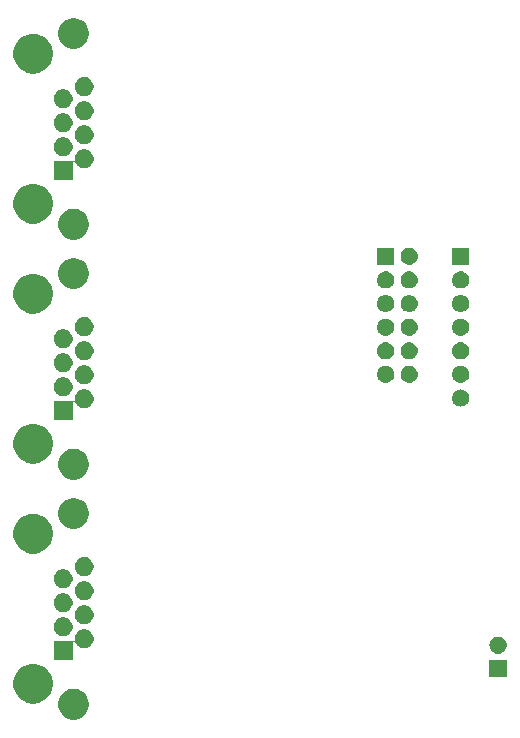
<source format=gbr>
%TF.GenerationSoftware,KiCad,Pcbnew,(5.1.2)-1*%
%TF.CreationDate,2019-06-16T17:11:37+02:00*%
%TF.ProjectId,i2s_tx,6932735f-7478-42e6-9b69-6361645f7063,rev?*%
%TF.SameCoordinates,Original*%
%TF.FileFunction,Soldermask,Bot*%
%TF.FilePolarity,Negative*%
%FSLAX46Y46*%
G04 Gerber Fmt 4.6, Leading zero omitted, Abs format (unit mm)*
G04 Created by KiCad (PCBNEW (5.1.2)-1) date 2019-06-16 17:11:37*
%MOMM*%
%LPD*%
G04 APERTURE LIST*
%ADD10C,0.150000*%
G04 APERTURE END LIST*
D10*
G36*
X37464487Y-81758996D02*
G01*
X37701253Y-81857068D01*
X37701255Y-81857069D01*
X37914339Y-81999447D01*
X38095553Y-82180661D01*
X38237932Y-82393747D01*
X38336004Y-82630513D01*
X38386000Y-82881861D01*
X38386000Y-83138139D01*
X38336004Y-83389487D01*
X38237932Y-83626253D01*
X38237931Y-83626255D01*
X38095553Y-83839339D01*
X37914339Y-84020553D01*
X37701255Y-84162931D01*
X37701254Y-84162932D01*
X37701253Y-84162932D01*
X37464487Y-84261004D01*
X37213139Y-84311000D01*
X36956861Y-84311000D01*
X36705513Y-84261004D01*
X36468747Y-84162932D01*
X36468746Y-84162932D01*
X36468745Y-84162931D01*
X36255661Y-84020553D01*
X36074447Y-83839339D01*
X35932069Y-83626255D01*
X35932068Y-83626253D01*
X35833996Y-83389487D01*
X35784000Y-83138139D01*
X35784000Y-82881861D01*
X35833996Y-82630513D01*
X35932068Y-82393747D01*
X36074447Y-82180661D01*
X36255661Y-81999447D01*
X36468745Y-81857069D01*
X36468747Y-81857068D01*
X36705513Y-81758996D01*
X36956861Y-81709000D01*
X37213139Y-81709000D01*
X37464487Y-81758996D01*
X37464487Y-81758996D01*
G37*
G36*
X34143871Y-79668408D02*
G01*
X34448883Y-79794748D01*
X34723387Y-79978166D01*
X34956834Y-80211613D01*
X35140252Y-80486117D01*
X35266592Y-80791129D01*
X35331000Y-81114928D01*
X35331000Y-81445072D01*
X35266592Y-81768871D01*
X35140252Y-82073883D01*
X34956834Y-82348387D01*
X34723387Y-82581834D01*
X34448883Y-82765252D01*
X34143871Y-82891592D01*
X33981971Y-82923796D01*
X33820073Y-82956000D01*
X33489927Y-82956000D01*
X33328029Y-82923796D01*
X33166129Y-82891592D01*
X32861117Y-82765252D01*
X32586613Y-82581834D01*
X32353166Y-82348387D01*
X32169748Y-82073883D01*
X32043408Y-81768871D01*
X31979000Y-81445072D01*
X31979000Y-81114928D01*
X32043408Y-80791129D01*
X32169748Y-80486117D01*
X32353166Y-80211613D01*
X32586613Y-79978166D01*
X32861117Y-79794748D01*
X33166129Y-79668408D01*
X33489927Y-79604000D01*
X33820073Y-79604000D01*
X34143871Y-79668408D01*
X34143871Y-79668408D01*
G37*
G36*
X73751000Y-80736000D02*
G01*
X72299000Y-80736000D01*
X72299000Y-79284000D01*
X73751000Y-79284000D01*
X73751000Y-80736000D01*
X73751000Y-80736000D01*
G37*
G36*
X38208642Y-76709781D02*
G01*
X38354414Y-76770162D01*
X38354416Y-76770163D01*
X38485608Y-76857822D01*
X38597178Y-76969392D01*
X38684837Y-77100584D01*
X38684838Y-77100586D01*
X38745219Y-77246358D01*
X38776000Y-77401107D01*
X38776000Y-77558893D01*
X38745219Y-77713642D01*
X38713517Y-77790177D01*
X38684837Y-77859416D01*
X38597178Y-77990608D01*
X38485608Y-78102178D01*
X38354416Y-78189837D01*
X38354415Y-78189838D01*
X38354414Y-78189838D01*
X38208642Y-78250219D01*
X38053893Y-78281000D01*
X37896107Y-78281000D01*
X37741358Y-78250219D01*
X37595586Y-78189838D01*
X37595585Y-78189838D01*
X37595584Y-78189837D01*
X37464392Y-78102178D01*
X37352822Y-77990608D01*
X37265163Y-77859416D01*
X37236483Y-77790177D01*
X37224932Y-77768566D01*
X37209387Y-77749624D01*
X37190445Y-77734079D01*
X37168834Y-77722528D01*
X37145385Y-77715415D01*
X37120999Y-77713013D01*
X37096613Y-77715415D01*
X37073164Y-77722528D01*
X37051553Y-77734079D01*
X37032611Y-77749624D01*
X37017066Y-77768566D01*
X37005515Y-77790177D01*
X36998402Y-77813626D01*
X36996000Y-77838012D01*
X36996000Y-79301000D01*
X35394000Y-79301000D01*
X35394000Y-77699000D01*
X37049558Y-77699000D01*
X37073944Y-77696598D01*
X37097393Y-77689485D01*
X37119004Y-77677934D01*
X37137946Y-77662389D01*
X37153491Y-77643447D01*
X37165042Y-77621836D01*
X37172155Y-77598387D01*
X37174557Y-77574001D01*
X37174000Y-77568351D01*
X37174000Y-77401107D01*
X37204781Y-77246358D01*
X37265162Y-77100586D01*
X37265163Y-77100584D01*
X37352822Y-76969392D01*
X37464392Y-76857822D01*
X37595584Y-76770163D01*
X37595586Y-76770162D01*
X37741358Y-76709781D01*
X37896107Y-76679000D01*
X38053893Y-76679000D01*
X38208642Y-76709781D01*
X38208642Y-76709781D01*
G37*
G36*
X73096213Y-77287502D02*
G01*
X73167321Y-77294505D01*
X73304172Y-77336019D01*
X73304175Y-77336020D01*
X73430294Y-77403432D01*
X73540843Y-77494157D01*
X73631568Y-77604706D01*
X73698980Y-77730825D01*
X73698981Y-77730828D01*
X73740495Y-77867679D01*
X73754512Y-78010000D01*
X73740495Y-78152321D01*
X73729114Y-78189837D01*
X73698980Y-78289175D01*
X73631568Y-78415294D01*
X73540843Y-78525843D01*
X73430294Y-78616568D01*
X73304175Y-78683980D01*
X73304172Y-78683981D01*
X73167321Y-78725495D01*
X73096213Y-78732498D01*
X73060660Y-78736000D01*
X72989340Y-78736000D01*
X72953787Y-78732498D01*
X72882679Y-78725495D01*
X72745828Y-78683981D01*
X72745825Y-78683980D01*
X72619706Y-78616568D01*
X72509157Y-78525843D01*
X72418432Y-78415294D01*
X72351020Y-78289175D01*
X72320886Y-78189837D01*
X72309505Y-78152321D01*
X72295488Y-78010000D01*
X72309505Y-77867679D01*
X72351019Y-77730828D01*
X72351020Y-77730825D01*
X72418432Y-77604706D01*
X72509157Y-77494157D01*
X72619706Y-77403432D01*
X72745825Y-77336020D01*
X72745828Y-77336019D01*
X72882679Y-77294505D01*
X72953787Y-77287502D01*
X72989340Y-77284000D01*
X73060660Y-77284000D01*
X73096213Y-77287502D01*
X73096213Y-77287502D01*
G37*
G36*
X36428642Y-75689781D02*
G01*
X36574414Y-75750162D01*
X36574416Y-75750163D01*
X36705608Y-75837822D01*
X36817178Y-75949392D01*
X36904837Y-76080584D01*
X36904838Y-76080586D01*
X36965219Y-76226358D01*
X36996000Y-76381107D01*
X36996000Y-76538893D01*
X36965219Y-76693642D01*
X36904838Y-76839414D01*
X36904837Y-76839416D01*
X36817178Y-76970608D01*
X36705608Y-77082178D01*
X36574416Y-77169837D01*
X36574415Y-77169838D01*
X36574414Y-77169838D01*
X36428642Y-77230219D01*
X36273893Y-77261000D01*
X36116107Y-77261000D01*
X35961358Y-77230219D01*
X35815586Y-77169838D01*
X35815585Y-77169838D01*
X35815584Y-77169837D01*
X35684392Y-77082178D01*
X35572822Y-76970608D01*
X35485163Y-76839416D01*
X35485162Y-76839414D01*
X35424781Y-76693642D01*
X35394000Y-76538893D01*
X35394000Y-76381107D01*
X35424781Y-76226358D01*
X35485162Y-76080586D01*
X35485163Y-76080584D01*
X35572822Y-75949392D01*
X35684392Y-75837822D01*
X35815584Y-75750163D01*
X35815586Y-75750162D01*
X35961358Y-75689781D01*
X36116107Y-75659000D01*
X36273893Y-75659000D01*
X36428642Y-75689781D01*
X36428642Y-75689781D01*
G37*
G36*
X38208642Y-74669781D02*
G01*
X38354414Y-74730162D01*
X38354416Y-74730163D01*
X38485608Y-74817822D01*
X38597178Y-74929392D01*
X38684837Y-75060584D01*
X38684838Y-75060586D01*
X38745219Y-75206358D01*
X38776000Y-75361107D01*
X38776000Y-75518893D01*
X38745219Y-75673642D01*
X38684838Y-75819414D01*
X38684837Y-75819416D01*
X38597178Y-75950608D01*
X38485608Y-76062178D01*
X38354416Y-76149837D01*
X38354415Y-76149838D01*
X38354414Y-76149838D01*
X38208642Y-76210219D01*
X38053893Y-76241000D01*
X37896107Y-76241000D01*
X37741358Y-76210219D01*
X37595586Y-76149838D01*
X37595585Y-76149838D01*
X37595584Y-76149837D01*
X37464392Y-76062178D01*
X37352822Y-75950608D01*
X37265163Y-75819416D01*
X37265162Y-75819414D01*
X37204781Y-75673642D01*
X37174000Y-75518893D01*
X37174000Y-75361107D01*
X37204781Y-75206358D01*
X37265162Y-75060586D01*
X37265163Y-75060584D01*
X37352822Y-74929392D01*
X37464392Y-74817822D01*
X37595584Y-74730163D01*
X37595586Y-74730162D01*
X37741358Y-74669781D01*
X37896107Y-74639000D01*
X38053893Y-74639000D01*
X38208642Y-74669781D01*
X38208642Y-74669781D01*
G37*
G36*
X36428642Y-73649781D02*
G01*
X36574414Y-73710162D01*
X36574416Y-73710163D01*
X36705608Y-73797822D01*
X36817178Y-73909392D01*
X36904837Y-74040584D01*
X36904838Y-74040586D01*
X36965219Y-74186358D01*
X36996000Y-74341107D01*
X36996000Y-74498893D01*
X36965219Y-74653642D01*
X36904838Y-74799414D01*
X36904837Y-74799416D01*
X36817178Y-74930608D01*
X36705608Y-75042178D01*
X36574416Y-75129837D01*
X36574415Y-75129838D01*
X36574414Y-75129838D01*
X36428642Y-75190219D01*
X36273893Y-75221000D01*
X36116107Y-75221000D01*
X35961358Y-75190219D01*
X35815586Y-75129838D01*
X35815585Y-75129838D01*
X35815584Y-75129837D01*
X35684392Y-75042178D01*
X35572822Y-74930608D01*
X35485163Y-74799416D01*
X35485162Y-74799414D01*
X35424781Y-74653642D01*
X35394000Y-74498893D01*
X35394000Y-74341107D01*
X35424781Y-74186358D01*
X35485162Y-74040586D01*
X35485163Y-74040584D01*
X35572822Y-73909392D01*
X35684392Y-73797822D01*
X35815584Y-73710163D01*
X35815586Y-73710162D01*
X35961358Y-73649781D01*
X36116107Y-73619000D01*
X36273893Y-73619000D01*
X36428642Y-73649781D01*
X36428642Y-73649781D01*
G37*
G36*
X38208642Y-72629781D02*
G01*
X38354414Y-72690162D01*
X38354416Y-72690163D01*
X38485608Y-72777822D01*
X38597178Y-72889392D01*
X38684837Y-73020584D01*
X38684838Y-73020586D01*
X38745219Y-73166358D01*
X38776000Y-73321107D01*
X38776000Y-73478893D01*
X38745219Y-73633642D01*
X38684838Y-73779414D01*
X38684837Y-73779416D01*
X38597178Y-73910608D01*
X38485608Y-74022178D01*
X38354416Y-74109837D01*
X38354415Y-74109838D01*
X38354414Y-74109838D01*
X38208642Y-74170219D01*
X38053893Y-74201000D01*
X37896107Y-74201000D01*
X37741358Y-74170219D01*
X37595586Y-74109838D01*
X37595585Y-74109838D01*
X37595584Y-74109837D01*
X37464392Y-74022178D01*
X37352822Y-73910608D01*
X37265163Y-73779416D01*
X37265162Y-73779414D01*
X37204781Y-73633642D01*
X37174000Y-73478893D01*
X37174000Y-73321107D01*
X37204781Y-73166358D01*
X37265162Y-73020586D01*
X37265163Y-73020584D01*
X37352822Y-72889392D01*
X37464392Y-72777822D01*
X37595584Y-72690163D01*
X37595586Y-72690162D01*
X37741358Y-72629781D01*
X37896107Y-72599000D01*
X38053893Y-72599000D01*
X38208642Y-72629781D01*
X38208642Y-72629781D01*
G37*
G36*
X36428642Y-71609781D02*
G01*
X36574414Y-71670162D01*
X36574416Y-71670163D01*
X36705608Y-71757822D01*
X36817178Y-71869392D01*
X36904837Y-72000584D01*
X36904838Y-72000586D01*
X36965219Y-72146358D01*
X36996000Y-72301107D01*
X36996000Y-72458893D01*
X36965219Y-72613642D01*
X36904838Y-72759414D01*
X36904837Y-72759416D01*
X36817178Y-72890608D01*
X36705608Y-73002178D01*
X36574416Y-73089837D01*
X36574415Y-73089838D01*
X36574414Y-73089838D01*
X36428642Y-73150219D01*
X36273893Y-73181000D01*
X36116107Y-73181000D01*
X35961358Y-73150219D01*
X35815586Y-73089838D01*
X35815585Y-73089838D01*
X35815584Y-73089837D01*
X35684392Y-73002178D01*
X35572822Y-72890608D01*
X35485163Y-72759416D01*
X35485162Y-72759414D01*
X35424781Y-72613642D01*
X35394000Y-72458893D01*
X35394000Y-72301107D01*
X35424781Y-72146358D01*
X35485162Y-72000586D01*
X35485163Y-72000584D01*
X35572822Y-71869392D01*
X35684392Y-71757822D01*
X35815584Y-71670163D01*
X35815586Y-71670162D01*
X35961358Y-71609781D01*
X36116107Y-71579000D01*
X36273893Y-71579000D01*
X36428642Y-71609781D01*
X36428642Y-71609781D01*
G37*
G36*
X38208642Y-70589781D02*
G01*
X38354414Y-70650162D01*
X38354416Y-70650163D01*
X38485608Y-70737822D01*
X38597178Y-70849392D01*
X38684837Y-70980584D01*
X38684838Y-70980586D01*
X38745219Y-71126358D01*
X38776000Y-71281107D01*
X38776000Y-71438893D01*
X38745219Y-71593642D01*
X38684838Y-71739414D01*
X38684837Y-71739416D01*
X38597178Y-71870608D01*
X38485608Y-71982178D01*
X38354416Y-72069837D01*
X38354415Y-72069838D01*
X38354414Y-72069838D01*
X38208642Y-72130219D01*
X38053893Y-72161000D01*
X37896107Y-72161000D01*
X37741358Y-72130219D01*
X37595586Y-72069838D01*
X37595585Y-72069838D01*
X37595584Y-72069837D01*
X37464392Y-71982178D01*
X37352822Y-71870608D01*
X37265163Y-71739416D01*
X37265162Y-71739414D01*
X37204781Y-71593642D01*
X37174000Y-71438893D01*
X37174000Y-71281107D01*
X37204781Y-71126358D01*
X37265162Y-70980586D01*
X37265163Y-70980584D01*
X37352822Y-70849392D01*
X37464392Y-70737822D01*
X37595584Y-70650163D01*
X37595586Y-70650162D01*
X37741358Y-70589781D01*
X37896107Y-70559000D01*
X38053893Y-70559000D01*
X38208642Y-70589781D01*
X38208642Y-70589781D01*
G37*
G36*
X33981971Y-66936204D02*
G01*
X34143871Y-66968408D01*
X34448883Y-67094748D01*
X34723387Y-67278166D01*
X34956834Y-67511613D01*
X35140252Y-67786117D01*
X35266592Y-68091129D01*
X35331000Y-68414928D01*
X35331000Y-68745072D01*
X35266592Y-69068871D01*
X35140252Y-69373883D01*
X34956834Y-69648387D01*
X34723387Y-69881834D01*
X34448883Y-70065252D01*
X34143871Y-70191592D01*
X33820073Y-70256000D01*
X33489927Y-70256000D01*
X33166129Y-70191592D01*
X32861117Y-70065252D01*
X32586613Y-69881834D01*
X32353166Y-69648387D01*
X32169748Y-69373883D01*
X32043408Y-69068871D01*
X31979000Y-68745072D01*
X31979000Y-68414928D01*
X32043408Y-68091129D01*
X32169748Y-67786117D01*
X32353166Y-67511613D01*
X32586613Y-67278166D01*
X32861117Y-67094748D01*
X33166129Y-66968408D01*
X33328029Y-66936204D01*
X33489927Y-66904000D01*
X33820073Y-66904000D01*
X33981971Y-66936204D01*
X33981971Y-66936204D01*
G37*
G36*
X37464487Y-65598996D02*
G01*
X37701253Y-65697068D01*
X37701255Y-65697069D01*
X37914339Y-65839447D01*
X38095553Y-66020661D01*
X38237932Y-66233747D01*
X38336004Y-66470513D01*
X38386000Y-66721861D01*
X38386000Y-66978139D01*
X38336004Y-67229487D01*
X38315840Y-67278166D01*
X38237931Y-67466255D01*
X38095553Y-67679339D01*
X37914339Y-67860553D01*
X37701255Y-68002931D01*
X37701254Y-68002932D01*
X37701253Y-68002932D01*
X37464487Y-68101004D01*
X37213139Y-68151000D01*
X36956861Y-68151000D01*
X36705513Y-68101004D01*
X36468747Y-68002932D01*
X36468746Y-68002932D01*
X36468745Y-68002931D01*
X36255661Y-67860553D01*
X36074447Y-67679339D01*
X35932069Y-67466255D01*
X35854160Y-67278166D01*
X35833996Y-67229487D01*
X35784000Y-66978139D01*
X35784000Y-66721861D01*
X35833996Y-66470513D01*
X35932068Y-66233747D01*
X36074447Y-66020661D01*
X36255661Y-65839447D01*
X36468745Y-65697069D01*
X36468747Y-65697068D01*
X36705513Y-65598996D01*
X36956861Y-65549000D01*
X37213139Y-65549000D01*
X37464487Y-65598996D01*
X37464487Y-65598996D01*
G37*
G36*
X37464487Y-61438996D02*
G01*
X37701253Y-61537068D01*
X37701255Y-61537069D01*
X37914339Y-61679447D01*
X38095553Y-61860661D01*
X38237932Y-62073747D01*
X38336004Y-62310513D01*
X38386000Y-62561861D01*
X38386000Y-62818139D01*
X38336004Y-63069487D01*
X38237932Y-63306253D01*
X38237931Y-63306255D01*
X38095553Y-63519339D01*
X37914339Y-63700553D01*
X37701255Y-63842931D01*
X37701254Y-63842932D01*
X37701253Y-63842932D01*
X37464487Y-63941004D01*
X37213139Y-63991000D01*
X36956861Y-63991000D01*
X36705513Y-63941004D01*
X36468747Y-63842932D01*
X36468746Y-63842932D01*
X36468745Y-63842931D01*
X36255661Y-63700553D01*
X36074447Y-63519339D01*
X35932069Y-63306255D01*
X35932068Y-63306253D01*
X35833996Y-63069487D01*
X35784000Y-62818139D01*
X35784000Y-62561861D01*
X35833996Y-62310513D01*
X35932068Y-62073747D01*
X36074447Y-61860661D01*
X36255661Y-61679447D01*
X36468745Y-61537069D01*
X36468747Y-61537068D01*
X36705513Y-61438996D01*
X36956861Y-61389000D01*
X37213139Y-61389000D01*
X37464487Y-61438996D01*
X37464487Y-61438996D01*
G37*
G36*
X34143871Y-59348408D02*
G01*
X34448883Y-59474748D01*
X34723387Y-59658166D01*
X34956834Y-59891613D01*
X35140252Y-60166117D01*
X35266592Y-60471129D01*
X35331000Y-60794928D01*
X35331000Y-61125072D01*
X35266592Y-61448871D01*
X35140252Y-61753883D01*
X34956834Y-62028387D01*
X34723387Y-62261834D01*
X34448883Y-62445252D01*
X34143871Y-62571592D01*
X33981971Y-62603796D01*
X33820073Y-62636000D01*
X33489927Y-62636000D01*
X33328029Y-62603796D01*
X33166129Y-62571592D01*
X32861117Y-62445252D01*
X32586613Y-62261834D01*
X32353166Y-62028387D01*
X32169748Y-61753883D01*
X32043408Y-61448871D01*
X31979000Y-61125072D01*
X31979000Y-60794928D01*
X32043408Y-60471129D01*
X32169748Y-60166117D01*
X32353166Y-59891613D01*
X32586613Y-59658166D01*
X32861117Y-59474748D01*
X33166129Y-59348408D01*
X33489927Y-59284000D01*
X33820073Y-59284000D01*
X34143871Y-59348408D01*
X34143871Y-59348408D01*
G37*
G36*
X38208642Y-56389781D02*
G01*
X38354414Y-56450162D01*
X38354416Y-56450163D01*
X38485608Y-56537822D01*
X38597178Y-56649392D01*
X38684837Y-56780584D01*
X38684838Y-56780586D01*
X38745219Y-56926358D01*
X38776000Y-57081107D01*
X38776000Y-57238893D01*
X38745219Y-57393642D01*
X38713517Y-57470177D01*
X38684837Y-57539416D01*
X38597178Y-57670608D01*
X38485608Y-57782178D01*
X38354416Y-57869837D01*
X38354415Y-57869838D01*
X38354414Y-57869838D01*
X38208642Y-57930219D01*
X38053893Y-57961000D01*
X37896107Y-57961000D01*
X37741358Y-57930219D01*
X37595586Y-57869838D01*
X37595585Y-57869838D01*
X37595584Y-57869837D01*
X37464392Y-57782178D01*
X37352822Y-57670608D01*
X37265163Y-57539416D01*
X37236483Y-57470177D01*
X37224932Y-57448566D01*
X37209387Y-57429624D01*
X37190445Y-57414079D01*
X37168834Y-57402528D01*
X37145385Y-57395415D01*
X37120999Y-57393013D01*
X37096613Y-57395415D01*
X37073164Y-57402528D01*
X37051553Y-57414079D01*
X37032611Y-57429624D01*
X37017066Y-57448566D01*
X37005515Y-57470177D01*
X36998402Y-57493626D01*
X36996000Y-57518012D01*
X36996000Y-58981000D01*
X35394000Y-58981000D01*
X35394000Y-57379000D01*
X37049558Y-57379000D01*
X37073944Y-57376598D01*
X37097393Y-57369485D01*
X37119004Y-57357934D01*
X37137946Y-57342389D01*
X37153491Y-57323447D01*
X37165042Y-57301836D01*
X37172155Y-57278387D01*
X37174557Y-57254001D01*
X37174000Y-57248351D01*
X37174000Y-57081107D01*
X37204781Y-56926358D01*
X37265162Y-56780586D01*
X37265163Y-56780584D01*
X37352822Y-56649392D01*
X37464392Y-56537822D01*
X37595584Y-56450163D01*
X37595586Y-56450162D01*
X37741358Y-56389781D01*
X37896107Y-56359000D01*
X38053893Y-56359000D01*
X38208642Y-56389781D01*
X38208642Y-56389781D01*
G37*
G36*
X69921213Y-56362502D02*
G01*
X69992321Y-56369505D01*
X70129172Y-56411019D01*
X70129175Y-56411020D01*
X70255294Y-56478432D01*
X70365843Y-56569157D01*
X70456568Y-56679706D01*
X70523980Y-56805825D01*
X70523981Y-56805828D01*
X70565495Y-56942679D01*
X70579512Y-57085000D01*
X70565495Y-57227321D01*
X70536335Y-57323447D01*
X70523980Y-57364175D01*
X70456568Y-57490294D01*
X70365843Y-57600843D01*
X70255294Y-57691568D01*
X70129175Y-57758980D01*
X70129172Y-57758981D01*
X69992321Y-57800495D01*
X69921213Y-57807498D01*
X69885660Y-57811000D01*
X69814340Y-57811000D01*
X69778787Y-57807498D01*
X69707679Y-57800495D01*
X69570828Y-57758981D01*
X69570825Y-57758980D01*
X69444706Y-57691568D01*
X69334157Y-57600843D01*
X69243432Y-57490294D01*
X69176020Y-57364175D01*
X69163665Y-57323447D01*
X69134505Y-57227321D01*
X69120488Y-57085000D01*
X69134505Y-56942679D01*
X69176019Y-56805828D01*
X69176020Y-56805825D01*
X69243432Y-56679706D01*
X69334157Y-56569157D01*
X69444706Y-56478432D01*
X69570825Y-56411020D01*
X69570828Y-56411019D01*
X69707679Y-56369505D01*
X69778787Y-56362502D01*
X69814340Y-56359000D01*
X69885660Y-56359000D01*
X69921213Y-56362502D01*
X69921213Y-56362502D01*
G37*
G36*
X36428642Y-55369781D02*
G01*
X36574414Y-55430162D01*
X36574416Y-55430163D01*
X36705608Y-55517822D01*
X36817178Y-55629392D01*
X36903765Y-55758980D01*
X36904838Y-55760586D01*
X36965219Y-55906358D01*
X36996000Y-56061107D01*
X36996000Y-56218893D01*
X36965219Y-56373642D01*
X36921813Y-56478432D01*
X36904837Y-56519416D01*
X36817178Y-56650608D01*
X36705608Y-56762178D01*
X36574416Y-56849837D01*
X36574415Y-56849838D01*
X36574414Y-56849838D01*
X36428642Y-56910219D01*
X36273893Y-56941000D01*
X36116107Y-56941000D01*
X35961358Y-56910219D01*
X35815586Y-56849838D01*
X35815585Y-56849838D01*
X35815584Y-56849837D01*
X35684392Y-56762178D01*
X35572822Y-56650608D01*
X35485163Y-56519416D01*
X35468187Y-56478432D01*
X35424781Y-56373642D01*
X35394000Y-56218893D01*
X35394000Y-56061107D01*
X35424781Y-55906358D01*
X35485162Y-55760586D01*
X35486235Y-55758980D01*
X35572822Y-55629392D01*
X35684392Y-55517822D01*
X35815584Y-55430163D01*
X35815586Y-55430162D01*
X35961358Y-55369781D01*
X36116107Y-55339000D01*
X36273893Y-55339000D01*
X36428642Y-55369781D01*
X36428642Y-55369781D01*
G37*
G36*
X38208642Y-54349781D02*
G01*
X38354414Y-54410162D01*
X38354416Y-54410163D01*
X38485608Y-54497822D01*
X38597178Y-54609392D01*
X38684837Y-54740584D01*
X38684838Y-54740586D01*
X38745219Y-54886358D01*
X38776000Y-55041107D01*
X38776000Y-55198893D01*
X38745219Y-55353642D01*
X38688615Y-55490295D01*
X38684837Y-55499416D01*
X38597178Y-55630608D01*
X38485608Y-55742178D01*
X38354416Y-55829837D01*
X38354415Y-55829838D01*
X38354414Y-55829838D01*
X38208642Y-55890219D01*
X38053893Y-55921000D01*
X37896107Y-55921000D01*
X37741358Y-55890219D01*
X37595586Y-55829838D01*
X37595585Y-55829838D01*
X37595584Y-55829837D01*
X37464392Y-55742178D01*
X37352822Y-55630608D01*
X37265163Y-55499416D01*
X37261385Y-55490295D01*
X37204781Y-55353642D01*
X37174000Y-55198893D01*
X37174000Y-55041107D01*
X37204781Y-54886358D01*
X37265162Y-54740586D01*
X37265163Y-54740584D01*
X37352822Y-54609392D01*
X37464392Y-54497822D01*
X37595584Y-54410163D01*
X37595586Y-54410162D01*
X37741358Y-54349781D01*
X37896107Y-54319000D01*
X38053893Y-54319000D01*
X38208642Y-54349781D01*
X38208642Y-54349781D01*
G37*
G36*
X69921213Y-54362502D02*
G01*
X69992321Y-54369505D01*
X70126347Y-54410162D01*
X70129175Y-54411020D01*
X70255294Y-54478432D01*
X70365843Y-54569157D01*
X70456568Y-54679706D01*
X70523980Y-54805825D01*
X70523981Y-54805828D01*
X70565495Y-54942679D01*
X70579512Y-55085000D01*
X70565495Y-55227321D01*
X70531617Y-55339000D01*
X70523980Y-55364175D01*
X70456568Y-55490294D01*
X70365843Y-55600843D01*
X70255294Y-55691568D01*
X70129175Y-55758980D01*
X70129172Y-55758981D01*
X69992321Y-55800495D01*
X69921213Y-55807498D01*
X69885660Y-55811000D01*
X69814340Y-55811000D01*
X69778787Y-55807498D01*
X69707679Y-55800495D01*
X69570828Y-55758981D01*
X69570825Y-55758980D01*
X69444706Y-55691568D01*
X69334157Y-55600843D01*
X69243432Y-55490294D01*
X69176020Y-55364175D01*
X69168383Y-55339000D01*
X69134505Y-55227321D01*
X69120488Y-55085000D01*
X69134505Y-54942679D01*
X69176019Y-54805828D01*
X69176020Y-54805825D01*
X69243432Y-54679706D01*
X69334157Y-54569157D01*
X69444706Y-54478432D01*
X69570825Y-54411020D01*
X69573653Y-54410162D01*
X69707679Y-54369505D01*
X69778787Y-54362502D01*
X69814340Y-54359000D01*
X69885660Y-54359000D01*
X69921213Y-54362502D01*
X69921213Y-54362502D01*
G37*
G36*
X65571213Y-54362502D02*
G01*
X65642321Y-54369505D01*
X65776347Y-54410162D01*
X65779175Y-54411020D01*
X65905294Y-54478432D01*
X66015843Y-54569157D01*
X66106568Y-54679706D01*
X66173980Y-54805825D01*
X66173981Y-54805828D01*
X66215495Y-54942679D01*
X66229512Y-55085000D01*
X66215495Y-55227321D01*
X66181617Y-55339000D01*
X66173980Y-55364175D01*
X66106568Y-55490294D01*
X66015843Y-55600843D01*
X65905294Y-55691568D01*
X65779175Y-55758980D01*
X65779172Y-55758981D01*
X65642321Y-55800495D01*
X65571213Y-55807498D01*
X65535660Y-55811000D01*
X65464340Y-55811000D01*
X65428787Y-55807498D01*
X65357679Y-55800495D01*
X65220828Y-55758981D01*
X65220825Y-55758980D01*
X65094706Y-55691568D01*
X64984157Y-55600843D01*
X64893432Y-55490294D01*
X64826020Y-55364175D01*
X64818383Y-55339000D01*
X64784505Y-55227321D01*
X64770488Y-55085000D01*
X64784505Y-54942679D01*
X64826019Y-54805828D01*
X64826020Y-54805825D01*
X64893432Y-54679706D01*
X64984157Y-54569157D01*
X65094706Y-54478432D01*
X65220825Y-54411020D01*
X65223653Y-54410162D01*
X65357679Y-54369505D01*
X65428787Y-54362502D01*
X65464340Y-54359000D01*
X65535660Y-54359000D01*
X65571213Y-54362502D01*
X65571213Y-54362502D01*
G37*
G36*
X63571213Y-54362502D02*
G01*
X63642321Y-54369505D01*
X63776347Y-54410162D01*
X63779175Y-54411020D01*
X63905294Y-54478432D01*
X64015843Y-54569157D01*
X64106568Y-54679706D01*
X64173980Y-54805825D01*
X64173981Y-54805828D01*
X64215495Y-54942679D01*
X64229512Y-55085000D01*
X64215495Y-55227321D01*
X64181617Y-55339000D01*
X64173980Y-55364175D01*
X64106568Y-55490294D01*
X64015843Y-55600843D01*
X63905294Y-55691568D01*
X63779175Y-55758980D01*
X63779172Y-55758981D01*
X63642321Y-55800495D01*
X63571213Y-55807498D01*
X63535660Y-55811000D01*
X63464340Y-55811000D01*
X63428787Y-55807498D01*
X63357679Y-55800495D01*
X63220828Y-55758981D01*
X63220825Y-55758980D01*
X63094706Y-55691568D01*
X62984157Y-55600843D01*
X62893432Y-55490294D01*
X62826020Y-55364175D01*
X62818383Y-55339000D01*
X62784505Y-55227321D01*
X62770488Y-55085000D01*
X62784505Y-54942679D01*
X62826019Y-54805828D01*
X62826020Y-54805825D01*
X62893432Y-54679706D01*
X62984157Y-54569157D01*
X63094706Y-54478432D01*
X63220825Y-54411020D01*
X63223653Y-54410162D01*
X63357679Y-54369505D01*
X63428787Y-54362502D01*
X63464340Y-54359000D01*
X63535660Y-54359000D01*
X63571213Y-54362502D01*
X63571213Y-54362502D01*
G37*
G36*
X36428642Y-53329781D02*
G01*
X36574414Y-53390162D01*
X36574416Y-53390163D01*
X36705608Y-53477822D01*
X36817178Y-53589392D01*
X36904837Y-53720584D01*
X36904838Y-53720586D01*
X36965219Y-53866358D01*
X36996000Y-54021107D01*
X36996000Y-54178893D01*
X36965219Y-54333642D01*
X36905245Y-54478432D01*
X36904837Y-54479416D01*
X36817178Y-54610608D01*
X36705608Y-54722178D01*
X36574416Y-54809837D01*
X36574415Y-54809838D01*
X36574414Y-54809838D01*
X36428642Y-54870219D01*
X36273893Y-54901000D01*
X36116107Y-54901000D01*
X35961358Y-54870219D01*
X35815586Y-54809838D01*
X35815585Y-54809838D01*
X35815584Y-54809837D01*
X35684392Y-54722178D01*
X35572822Y-54610608D01*
X35485163Y-54479416D01*
X35484755Y-54478432D01*
X35424781Y-54333642D01*
X35394000Y-54178893D01*
X35394000Y-54021107D01*
X35424781Y-53866358D01*
X35485162Y-53720586D01*
X35485163Y-53720584D01*
X35572822Y-53589392D01*
X35684392Y-53477822D01*
X35815584Y-53390163D01*
X35815586Y-53390162D01*
X35961358Y-53329781D01*
X36116107Y-53299000D01*
X36273893Y-53299000D01*
X36428642Y-53329781D01*
X36428642Y-53329781D01*
G37*
G36*
X38208642Y-52309781D02*
G01*
X38354414Y-52370162D01*
X38354416Y-52370163D01*
X38485608Y-52457822D01*
X38597178Y-52569392D01*
X38684837Y-52700584D01*
X38684838Y-52700586D01*
X38745219Y-52846358D01*
X38776000Y-53001107D01*
X38776000Y-53158893D01*
X38745219Y-53313642D01*
X38684838Y-53459414D01*
X38684837Y-53459416D01*
X38597178Y-53590608D01*
X38485608Y-53702178D01*
X38354416Y-53789837D01*
X38354415Y-53789838D01*
X38354414Y-53789838D01*
X38208642Y-53850219D01*
X38053893Y-53881000D01*
X37896107Y-53881000D01*
X37741358Y-53850219D01*
X37595586Y-53789838D01*
X37595585Y-53789838D01*
X37595584Y-53789837D01*
X37464392Y-53702178D01*
X37352822Y-53590608D01*
X37265163Y-53459416D01*
X37265162Y-53459414D01*
X37204781Y-53313642D01*
X37174000Y-53158893D01*
X37174000Y-53001107D01*
X37204781Y-52846358D01*
X37265162Y-52700586D01*
X37265163Y-52700584D01*
X37352822Y-52569392D01*
X37464392Y-52457822D01*
X37595584Y-52370163D01*
X37595586Y-52370162D01*
X37741358Y-52309781D01*
X37896107Y-52279000D01*
X38053893Y-52279000D01*
X38208642Y-52309781D01*
X38208642Y-52309781D01*
G37*
G36*
X69921213Y-52362502D02*
G01*
X69992321Y-52369505D01*
X70129172Y-52411019D01*
X70129175Y-52411020D01*
X70255294Y-52478432D01*
X70365843Y-52569157D01*
X70456568Y-52679706D01*
X70523980Y-52805825D01*
X70523981Y-52805828D01*
X70565495Y-52942679D01*
X70579512Y-53085000D01*
X70565495Y-53227321D01*
X70534413Y-53329782D01*
X70523980Y-53364175D01*
X70456568Y-53490294D01*
X70365843Y-53600843D01*
X70255294Y-53691568D01*
X70129175Y-53758980D01*
X70129172Y-53758981D01*
X69992321Y-53800495D01*
X69921213Y-53807498D01*
X69885660Y-53811000D01*
X69814340Y-53811000D01*
X69778787Y-53807498D01*
X69707679Y-53800495D01*
X69570828Y-53758981D01*
X69570825Y-53758980D01*
X69444706Y-53691568D01*
X69334157Y-53600843D01*
X69243432Y-53490294D01*
X69176020Y-53364175D01*
X69165587Y-53329782D01*
X69134505Y-53227321D01*
X69120488Y-53085000D01*
X69134505Y-52942679D01*
X69176019Y-52805828D01*
X69176020Y-52805825D01*
X69243432Y-52679706D01*
X69334157Y-52569157D01*
X69444706Y-52478432D01*
X69570825Y-52411020D01*
X69570828Y-52411019D01*
X69707679Y-52369505D01*
X69778787Y-52362502D01*
X69814340Y-52359000D01*
X69885660Y-52359000D01*
X69921213Y-52362502D01*
X69921213Y-52362502D01*
G37*
G36*
X63571213Y-52362502D02*
G01*
X63642321Y-52369505D01*
X63779172Y-52411019D01*
X63779175Y-52411020D01*
X63905294Y-52478432D01*
X64015843Y-52569157D01*
X64106568Y-52679706D01*
X64173980Y-52805825D01*
X64173981Y-52805828D01*
X64215495Y-52942679D01*
X64229512Y-53085000D01*
X64215495Y-53227321D01*
X64184413Y-53329782D01*
X64173980Y-53364175D01*
X64106568Y-53490294D01*
X64015843Y-53600843D01*
X63905294Y-53691568D01*
X63779175Y-53758980D01*
X63779172Y-53758981D01*
X63642321Y-53800495D01*
X63571213Y-53807498D01*
X63535660Y-53811000D01*
X63464340Y-53811000D01*
X63428787Y-53807498D01*
X63357679Y-53800495D01*
X63220828Y-53758981D01*
X63220825Y-53758980D01*
X63094706Y-53691568D01*
X62984157Y-53600843D01*
X62893432Y-53490294D01*
X62826020Y-53364175D01*
X62815587Y-53329782D01*
X62784505Y-53227321D01*
X62770488Y-53085000D01*
X62784505Y-52942679D01*
X62826019Y-52805828D01*
X62826020Y-52805825D01*
X62893432Y-52679706D01*
X62984157Y-52569157D01*
X63094706Y-52478432D01*
X63220825Y-52411020D01*
X63220828Y-52411019D01*
X63357679Y-52369505D01*
X63428787Y-52362502D01*
X63464340Y-52359000D01*
X63535660Y-52359000D01*
X63571213Y-52362502D01*
X63571213Y-52362502D01*
G37*
G36*
X65571213Y-52362502D02*
G01*
X65642321Y-52369505D01*
X65779172Y-52411019D01*
X65779175Y-52411020D01*
X65905294Y-52478432D01*
X66015843Y-52569157D01*
X66106568Y-52679706D01*
X66173980Y-52805825D01*
X66173981Y-52805828D01*
X66215495Y-52942679D01*
X66229512Y-53085000D01*
X66215495Y-53227321D01*
X66184413Y-53329782D01*
X66173980Y-53364175D01*
X66106568Y-53490294D01*
X66015843Y-53600843D01*
X65905294Y-53691568D01*
X65779175Y-53758980D01*
X65779172Y-53758981D01*
X65642321Y-53800495D01*
X65571213Y-53807498D01*
X65535660Y-53811000D01*
X65464340Y-53811000D01*
X65428787Y-53807498D01*
X65357679Y-53800495D01*
X65220828Y-53758981D01*
X65220825Y-53758980D01*
X65094706Y-53691568D01*
X64984157Y-53600843D01*
X64893432Y-53490294D01*
X64826020Y-53364175D01*
X64815587Y-53329782D01*
X64784505Y-53227321D01*
X64770488Y-53085000D01*
X64784505Y-52942679D01*
X64826019Y-52805828D01*
X64826020Y-52805825D01*
X64893432Y-52679706D01*
X64984157Y-52569157D01*
X65094706Y-52478432D01*
X65220825Y-52411020D01*
X65220828Y-52411019D01*
X65357679Y-52369505D01*
X65428787Y-52362502D01*
X65464340Y-52359000D01*
X65535660Y-52359000D01*
X65571213Y-52362502D01*
X65571213Y-52362502D01*
G37*
G36*
X36428642Y-51289781D02*
G01*
X36574414Y-51350162D01*
X36574416Y-51350163D01*
X36705608Y-51437822D01*
X36817178Y-51549392D01*
X36904837Y-51680584D01*
X36904838Y-51680586D01*
X36965219Y-51826358D01*
X36996000Y-51981107D01*
X36996000Y-52138893D01*
X36965219Y-52293642D01*
X36916599Y-52411020D01*
X36904837Y-52439416D01*
X36817178Y-52570608D01*
X36705608Y-52682178D01*
X36574416Y-52769837D01*
X36574415Y-52769838D01*
X36574414Y-52769838D01*
X36428642Y-52830219D01*
X36273893Y-52861000D01*
X36116107Y-52861000D01*
X35961358Y-52830219D01*
X35815586Y-52769838D01*
X35815585Y-52769838D01*
X35815584Y-52769837D01*
X35684392Y-52682178D01*
X35572822Y-52570608D01*
X35485163Y-52439416D01*
X35473401Y-52411020D01*
X35424781Y-52293642D01*
X35394000Y-52138893D01*
X35394000Y-51981107D01*
X35424781Y-51826358D01*
X35485162Y-51680586D01*
X35485163Y-51680584D01*
X35572822Y-51549392D01*
X35684392Y-51437822D01*
X35815584Y-51350163D01*
X35815586Y-51350162D01*
X35961358Y-51289781D01*
X36116107Y-51259000D01*
X36273893Y-51259000D01*
X36428642Y-51289781D01*
X36428642Y-51289781D01*
G37*
G36*
X38208642Y-50269781D02*
G01*
X38354414Y-50330162D01*
X38354416Y-50330163D01*
X38485608Y-50417822D01*
X38597178Y-50529392D01*
X38684837Y-50660584D01*
X38684838Y-50660586D01*
X38745219Y-50806358D01*
X38776000Y-50961107D01*
X38776000Y-51118893D01*
X38745219Y-51273642D01*
X38707720Y-51364172D01*
X38684837Y-51419416D01*
X38597178Y-51550608D01*
X38485608Y-51662178D01*
X38354416Y-51749837D01*
X38354415Y-51749838D01*
X38354414Y-51749838D01*
X38208642Y-51810219D01*
X38053893Y-51841000D01*
X37896107Y-51841000D01*
X37741358Y-51810219D01*
X37595586Y-51749838D01*
X37595585Y-51749838D01*
X37595584Y-51749837D01*
X37464392Y-51662178D01*
X37352822Y-51550608D01*
X37265163Y-51419416D01*
X37242280Y-51364172D01*
X37204781Y-51273642D01*
X37174000Y-51118893D01*
X37174000Y-50961107D01*
X37204781Y-50806358D01*
X37265162Y-50660586D01*
X37265163Y-50660584D01*
X37352822Y-50529392D01*
X37464392Y-50417822D01*
X37595584Y-50330163D01*
X37595586Y-50330162D01*
X37741358Y-50269781D01*
X37896107Y-50239000D01*
X38053893Y-50239000D01*
X38208642Y-50269781D01*
X38208642Y-50269781D01*
G37*
G36*
X63571213Y-50362502D02*
G01*
X63642321Y-50369505D01*
X63779172Y-50411019D01*
X63779175Y-50411020D01*
X63905294Y-50478432D01*
X64015843Y-50569157D01*
X64106568Y-50679706D01*
X64173980Y-50805825D01*
X64173981Y-50805828D01*
X64215495Y-50942679D01*
X64229512Y-51085000D01*
X64215495Y-51227321D01*
X64196547Y-51289782D01*
X64173980Y-51364175D01*
X64106568Y-51490294D01*
X64015843Y-51600843D01*
X63905294Y-51691568D01*
X63779175Y-51758980D01*
X63779172Y-51758981D01*
X63642321Y-51800495D01*
X63571213Y-51807498D01*
X63535660Y-51811000D01*
X63464340Y-51811000D01*
X63428787Y-51807498D01*
X63357679Y-51800495D01*
X63220828Y-51758981D01*
X63220825Y-51758980D01*
X63094706Y-51691568D01*
X62984157Y-51600843D01*
X62893432Y-51490294D01*
X62826020Y-51364175D01*
X62803453Y-51289782D01*
X62784505Y-51227321D01*
X62770488Y-51085000D01*
X62784505Y-50942679D01*
X62826019Y-50805828D01*
X62826020Y-50805825D01*
X62893432Y-50679706D01*
X62984157Y-50569157D01*
X63094706Y-50478432D01*
X63220825Y-50411020D01*
X63220828Y-50411019D01*
X63357679Y-50369505D01*
X63428787Y-50362502D01*
X63464340Y-50359000D01*
X63535660Y-50359000D01*
X63571213Y-50362502D01*
X63571213Y-50362502D01*
G37*
G36*
X65571213Y-50362502D02*
G01*
X65642321Y-50369505D01*
X65779172Y-50411019D01*
X65779175Y-50411020D01*
X65905294Y-50478432D01*
X66015843Y-50569157D01*
X66106568Y-50679706D01*
X66173980Y-50805825D01*
X66173981Y-50805828D01*
X66215495Y-50942679D01*
X66229512Y-51085000D01*
X66215495Y-51227321D01*
X66196547Y-51289782D01*
X66173980Y-51364175D01*
X66106568Y-51490294D01*
X66015843Y-51600843D01*
X65905294Y-51691568D01*
X65779175Y-51758980D01*
X65779172Y-51758981D01*
X65642321Y-51800495D01*
X65571213Y-51807498D01*
X65535660Y-51811000D01*
X65464340Y-51811000D01*
X65428787Y-51807498D01*
X65357679Y-51800495D01*
X65220828Y-51758981D01*
X65220825Y-51758980D01*
X65094706Y-51691568D01*
X64984157Y-51600843D01*
X64893432Y-51490294D01*
X64826020Y-51364175D01*
X64803453Y-51289782D01*
X64784505Y-51227321D01*
X64770488Y-51085000D01*
X64784505Y-50942679D01*
X64826019Y-50805828D01*
X64826020Y-50805825D01*
X64893432Y-50679706D01*
X64984157Y-50569157D01*
X65094706Y-50478432D01*
X65220825Y-50411020D01*
X65220828Y-50411019D01*
X65357679Y-50369505D01*
X65428787Y-50362502D01*
X65464340Y-50359000D01*
X65535660Y-50359000D01*
X65571213Y-50362502D01*
X65571213Y-50362502D01*
G37*
G36*
X69921213Y-50362502D02*
G01*
X69992321Y-50369505D01*
X70129172Y-50411019D01*
X70129175Y-50411020D01*
X70255294Y-50478432D01*
X70365843Y-50569157D01*
X70456568Y-50679706D01*
X70523980Y-50805825D01*
X70523981Y-50805828D01*
X70565495Y-50942679D01*
X70579512Y-51085000D01*
X70565495Y-51227321D01*
X70546547Y-51289782D01*
X70523980Y-51364175D01*
X70456568Y-51490294D01*
X70365843Y-51600843D01*
X70255294Y-51691568D01*
X70129175Y-51758980D01*
X70129172Y-51758981D01*
X69992321Y-51800495D01*
X69921213Y-51807498D01*
X69885660Y-51811000D01*
X69814340Y-51811000D01*
X69778787Y-51807498D01*
X69707679Y-51800495D01*
X69570828Y-51758981D01*
X69570825Y-51758980D01*
X69444706Y-51691568D01*
X69334157Y-51600843D01*
X69243432Y-51490294D01*
X69176020Y-51364175D01*
X69153453Y-51289782D01*
X69134505Y-51227321D01*
X69120488Y-51085000D01*
X69134505Y-50942679D01*
X69176019Y-50805828D01*
X69176020Y-50805825D01*
X69243432Y-50679706D01*
X69334157Y-50569157D01*
X69444706Y-50478432D01*
X69570825Y-50411020D01*
X69570828Y-50411019D01*
X69707679Y-50369505D01*
X69778787Y-50362502D01*
X69814340Y-50359000D01*
X69885660Y-50359000D01*
X69921213Y-50362502D01*
X69921213Y-50362502D01*
G37*
G36*
X34143871Y-46648408D02*
G01*
X34448883Y-46774748D01*
X34723387Y-46958166D01*
X34956834Y-47191613D01*
X35140252Y-47466117D01*
X35266592Y-47771129D01*
X35331000Y-48094928D01*
X35331000Y-48425072D01*
X35266592Y-48748871D01*
X35140252Y-49053883D01*
X34956834Y-49328387D01*
X34723387Y-49561834D01*
X34448883Y-49745252D01*
X34143871Y-49871592D01*
X33981971Y-49903796D01*
X33820073Y-49936000D01*
X33489927Y-49936000D01*
X33166129Y-49871592D01*
X32861117Y-49745252D01*
X32586613Y-49561834D01*
X32353166Y-49328387D01*
X32169748Y-49053883D01*
X32043408Y-48748871D01*
X31979000Y-48425072D01*
X31979000Y-48094928D01*
X32043408Y-47771129D01*
X32169748Y-47466117D01*
X32353166Y-47191613D01*
X32586613Y-46958166D01*
X32861117Y-46774748D01*
X33166129Y-46648408D01*
X33489927Y-46584000D01*
X33820073Y-46584000D01*
X34143871Y-46648408D01*
X34143871Y-46648408D01*
G37*
G36*
X63571213Y-48362502D02*
G01*
X63642321Y-48369505D01*
X63779172Y-48411019D01*
X63779175Y-48411020D01*
X63905294Y-48478432D01*
X64015843Y-48569157D01*
X64106568Y-48679706D01*
X64173980Y-48805825D01*
X64173981Y-48805828D01*
X64215495Y-48942679D01*
X64229512Y-49085000D01*
X64215495Y-49227321D01*
X64184836Y-49328387D01*
X64173980Y-49364175D01*
X64106568Y-49490294D01*
X64015843Y-49600843D01*
X63905294Y-49691568D01*
X63779175Y-49758980D01*
X63779172Y-49758981D01*
X63642321Y-49800495D01*
X63571213Y-49807498D01*
X63535660Y-49811000D01*
X63464340Y-49811000D01*
X63428787Y-49807498D01*
X63357679Y-49800495D01*
X63220828Y-49758981D01*
X63220825Y-49758980D01*
X63094706Y-49691568D01*
X62984157Y-49600843D01*
X62893432Y-49490294D01*
X62826020Y-49364175D01*
X62815164Y-49328387D01*
X62784505Y-49227321D01*
X62770488Y-49085000D01*
X62784505Y-48942679D01*
X62826019Y-48805828D01*
X62826020Y-48805825D01*
X62893432Y-48679706D01*
X62984157Y-48569157D01*
X63094706Y-48478432D01*
X63220825Y-48411020D01*
X63220828Y-48411019D01*
X63357679Y-48369505D01*
X63428787Y-48362502D01*
X63464340Y-48359000D01*
X63535660Y-48359000D01*
X63571213Y-48362502D01*
X63571213Y-48362502D01*
G37*
G36*
X69921213Y-48362502D02*
G01*
X69992321Y-48369505D01*
X70129172Y-48411019D01*
X70129175Y-48411020D01*
X70255294Y-48478432D01*
X70365843Y-48569157D01*
X70456568Y-48679706D01*
X70523980Y-48805825D01*
X70523981Y-48805828D01*
X70565495Y-48942679D01*
X70579512Y-49085000D01*
X70565495Y-49227321D01*
X70534836Y-49328387D01*
X70523980Y-49364175D01*
X70456568Y-49490294D01*
X70365843Y-49600843D01*
X70255294Y-49691568D01*
X70129175Y-49758980D01*
X70129172Y-49758981D01*
X69992321Y-49800495D01*
X69921213Y-49807498D01*
X69885660Y-49811000D01*
X69814340Y-49811000D01*
X69778787Y-49807498D01*
X69707679Y-49800495D01*
X69570828Y-49758981D01*
X69570825Y-49758980D01*
X69444706Y-49691568D01*
X69334157Y-49600843D01*
X69243432Y-49490294D01*
X69176020Y-49364175D01*
X69165164Y-49328387D01*
X69134505Y-49227321D01*
X69120488Y-49085000D01*
X69134505Y-48942679D01*
X69176019Y-48805828D01*
X69176020Y-48805825D01*
X69243432Y-48679706D01*
X69334157Y-48569157D01*
X69444706Y-48478432D01*
X69570825Y-48411020D01*
X69570828Y-48411019D01*
X69707679Y-48369505D01*
X69778787Y-48362502D01*
X69814340Y-48359000D01*
X69885660Y-48359000D01*
X69921213Y-48362502D01*
X69921213Y-48362502D01*
G37*
G36*
X65571213Y-48362502D02*
G01*
X65642321Y-48369505D01*
X65779172Y-48411019D01*
X65779175Y-48411020D01*
X65905294Y-48478432D01*
X66015843Y-48569157D01*
X66106568Y-48679706D01*
X66173980Y-48805825D01*
X66173981Y-48805828D01*
X66215495Y-48942679D01*
X66229512Y-49085000D01*
X66215495Y-49227321D01*
X66184836Y-49328387D01*
X66173980Y-49364175D01*
X66106568Y-49490294D01*
X66015843Y-49600843D01*
X65905294Y-49691568D01*
X65779175Y-49758980D01*
X65779172Y-49758981D01*
X65642321Y-49800495D01*
X65571213Y-49807498D01*
X65535660Y-49811000D01*
X65464340Y-49811000D01*
X65428787Y-49807498D01*
X65357679Y-49800495D01*
X65220828Y-49758981D01*
X65220825Y-49758980D01*
X65094706Y-49691568D01*
X64984157Y-49600843D01*
X64893432Y-49490294D01*
X64826020Y-49364175D01*
X64815164Y-49328387D01*
X64784505Y-49227321D01*
X64770488Y-49085000D01*
X64784505Y-48942679D01*
X64826019Y-48805828D01*
X64826020Y-48805825D01*
X64893432Y-48679706D01*
X64984157Y-48569157D01*
X65094706Y-48478432D01*
X65220825Y-48411020D01*
X65220828Y-48411019D01*
X65357679Y-48369505D01*
X65428787Y-48362502D01*
X65464340Y-48359000D01*
X65535660Y-48359000D01*
X65571213Y-48362502D01*
X65571213Y-48362502D01*
G37*
G36*
X37464487Y-45278996D02*
G01*
X37701253Y-45377068D01*
X37701255Y-45377069D01*
X37870708Y-45490294D01*
X37914339Y-45519447D01*
X38095553Y-45700661D01*
X38237932Y-45913747D01*
X38336004Y-46150513D01*
X38386000Y-46401861D01*
X38386000Y-46658139D01*
X38336004Y-46909487D01*
X38315840Y-46958166D01*
X38237931Y-47146255D01*
X38095553Y-47359339D01*
X37914339Y-47540553D01*
X37701255Y-47682931D01*
X37701254Y-47682932D01*
X37701253Y-47682932D01*
X37464487Y-47781004D01*
X37213139Y-47831000D01*
X36956861Y-47831000D01*
X36705513Y-47781004D01*
X36468747Y-47682932D01*
X36468746Y-47682932D01*
X36468745Y-47682931D01*
X36255661Y-47540553D01*
X36074447Y-47359339D01*
X35932069Y-47146255D01*
X35854160Y-46958166D01*
X35833996Y-46909487D01*
X35784000Y-46658139D01*
X35784000Y-46401861D01*
X35833996Y-46150513D01*
X35932068Y-45913747D01*
X36074447Y-45700661D01*
X36255661Y-45519447D01*
X36299292Y-45490294D01*
X36468745Y-45377069D01*
X36468747Y-45377068D01*
X36705513Y-45278996D01*
X36956861Y-45229000D01*
X37213139Y-45229000D01*
X37464487Y-45278996D01*
X37464487Y-45278996D01*
G37*
G36*
X65571213Y-46362502D02*
G01*
X65642321Y-46369505D01*
X65748989Y-46401863D01*
X65779175Y-46411020D01*
X65905294Y-46478432D01*
X66015843Y-46569157D01*
X66106568Y-46679706D01*
X66173980Y-46805825D01*
X66173981Y-46805828D01*
X66215495Y-46942679D01*
X66229512Y-47085000D01*
X66215495Y-47227321D01*
X66175447Y-47359339D01*
X66173980Y-47364175D01*
X66106568Y-47490294D01*
X66015843Y-47600843D01*
X65905294Y-47691568D01*
X65779175Y-47758980D01*
X65779172Y-47758981D01*
X65642321Y-47800495D01*
X65571213Y-47807498D01*
X65535660Y-47811000D01*
X65464340Y-47811000D01*
X65428787Y-47807498D01*
X65357679Y-47800495D01*
X65220828Y-47758981D01*
X65220825Y-47758980D01*
X65094706Y-47691568D01*
X64984157Y-47600843D01*
X64893432Y-47490294D01*
X64826020Y-47364175D01*
X64824553Y-47359339D01*
X64784505Y-47227321D01*
X64770488Y-47085000D01*
X64784505Y-46942679D01*
X64826019Y-46805828D01*
X64826020Y-46805825D01*
X64893432Y-46679706D01*
X64984157Y-46569157D01*
X65094706Y-46478432D01*
X65220825Y-46411020D01*
X65251011Y-46401863D01*
X65357679Y-46369505D01*
X65428787Y-46362502D01*
X65464340Y-46359000D01*
X65535660Y-46359000D01*
X65571213Y-46362502D01*
X65571213Y-46362502D01*
G37*
G36*
X69921213Y-46362502D02*
G01*
X69992321Y-46369505D01*
X70098989Y-46401863D01*
X70129175Y-46411020D01*
X70255294Y-46478432D01*
X70365843Y-46569157D01*
X70456568Y-46679706D01*
X70523980Y-46805825D01*
X70523981Y-46805828D01*
X70565495Y-46942679D01*
X70579512Y-47085000D01*
X70565495Y-47227321D01*
X70525447Y-47359339D01*
X70523980Y-47364175D01*
X70456568Y-47490294D01*
X70365843Y-47600843D01*
X70255294Y-47691568D01*
X70129175Y-47758980D01*
X70129172Y-47758981D01*
X69992321Y-47800495D01*
X69921213Y-47807498D01*
X69885660Y-47811000D01*
X69814340Y-47811000D01*
X69778787Y-47807498D01*
X69707679Y-47800495D01*
X69570828Y-47758981D01*
X69570825Y-47758980D01*
X69444706Y-47691568D01*
X69334157Y-47600843D01*
X69243432Y-47490294D01*
X69176020Y-47364175D01*
X69174553Y-47359339D01*
X69134505Y-47227321D01*
X69120488Y-47085000D01*
X69134505Y-46942679D01*
X69176019Y-46805828D01*
X69176020Y-46805825D01*
X69243432Y-46679706D01*
X69334157Y-46569157D01*
X69444706Y-46478432D01*
X69570825Y-46411020D01*
X69601011Y-46401863D01*
X69707679Y-46369505D01*
X69778787Y-46362502D01*
X69814340Y-46359000D01*
X69885660Y-46359000D01*
X69921213Y-46362502D01*
X69921213Y-46362502D01*
G37*
G36*
X63571213Y-46362502D02*
G01*
X63642321Y-46369505D01*
X63748989Y-46401863D01*
X63779175Y-46411020D01*
X63905294Y-46478432D01*
X64015843Y-46569157D01*
X64106568Y-46679706D01*
X64173980Y-46805825D01*
X64173981Y-46805828D01*
X64215495Y-46942679D01*
X64229512Y-47085000D01*
X64215495Y-47227321D01*
X64175447Y-47359339D01*
X64173980Y-47364175D01*
X64106568Y-47490294D01*
X64015843Y-47600843D01*
X63905294Y-47691568D01*
X63779175Y-47758980D01*
X63779172Y-47758981D01*
X63642321Y-47800495D01*
X63571213Y-47807498D01*
X63535660Y-47811000D01*
X63464340Y-47811000D01*
X63428787Y-47807498D01*
X63357679Y-47800495D01*
X63220828Y-47758981D01*
X63220825Y-47758980D01*
X63094706Y-47691568D01*
X62984157Y-47600843D01*
X62893432Y-47490294D01*
X62826020Y-47364175D01*
X62824553Y-47359339D01*
X62784505Y-47227321D01*
X62770488Y-47085000D01*
X62784505Y-46942679D01*
X62826019Y-46805828D01*
X62826020Y-46805825D01*
X62893432Y-46679706D01*
X62984157Y-46569157D01*
X63094706Y-46478432D01*
X63220825Y-46411020D01*
X63251011Y-46401863D01*
X63357679Y-46369505D01*
X63428787Y-46362502D01*
X63464340Y-46359000D01*
X63535660Y-46359000D01*
X63571213Y-46362502D01*
X63571213Y-46362502D01*
G37*
G36*
X70576000Y-45811000D02*
G01*
X69124000Y-45811000D01*
X69124000Y-44359000D01*
X70576000Y-44359000D01*
X70576000Y-45811000D01*
X70576000Y-45811000D01*
G37*
G36*
X65571213Y-44362502D02*
G01*
X65642321Y-44369505D01*
X65779172Y-44411019D01*
X65779175Y-44411020D01*
X65905294Y-44478432D01*
X66015843Y-44569157D01*
X66106568Y-44679706D01*
X66173980Y-44805825D01*
X66173981Y-44805828D01*
X66215495Y-44942679D01*
X66229512Y-45085000D01*
X66215495Y-45227321D01*
X66199819Y-45278996D01*
X66173980Y-45364175D01*
X66106568Y-45490294D01*
X66015843Y-45600843D01*
X65905294Y-45691568D01*
X65779175Y-45758980D01*
X65779172Y-45758981D01*
X65642321Y-45800495D01*
X65571213Y-45807498D01*
X65535660Y-45811000D01*
X65464340Y-45811000D01*
X65428787Y-45807498D01*
X65357679Y-45800495D01*
X65220828Y-45758981D01*
X65220825Y-45758980D01*
X65094706Y-45691568D01*
X64984157Y-45600843D01*
X64893432Y-45490294D01*
X64826020Y-45364175D01*
X64800181Y-45278996D01*
X64784505Y-45227321D01*
X64770488Y-45085000D01*
X64784505Y-44942679D01*
X64826019Y-44805828D01*
X64826020Y-44805825D01*
X64893432Y-44679706D01*
X64984157Y-44569157D01*
X65094706Y-44478432D01*
X65220825Y-44411020D01*
X65220828Y-44411019D01*
X65357679Y-44369505D01*
X65428787Y-44362502D01*
X65464340Y-44359000D01*
X65535660Y-44359000D01*
X65571213Y-44362502D01*
X65571213Y-44362502D01*
G37*
G36*
X64226000Y-45811000D02*
G01*
X62774000Y-45811000D01*
X62774000Y-44359000D01*
X64226000Y-44359000D01*
X64226000Y-45811000D01*
X64226000Y-45811000D01*
G37*
G36*
X37464487Y-41118996D02*
G01*
X37701253Y-41217068D01*
X37701255Y-41217069D01*
X37914339Y-41359447D01*
X38095553Y-41540661D01*
X38237932Y-41753747D01*
X38336004Y-41990513D01*
X38386000Y-42241861D01*
X38386000Y-42498139D01*
X38336004Y-42749487D01*
X38237932Y-42986253D01*
X38237931Y-42986255D01*
X38095553Y-43199339D01*
X37914339Y-43380553D01*
X37701255Y-43522931D01*
X37701254Y-43522932D01*
X37701253Y-43522932D01*
X37464487Y-43621004D01*
X37213139Y-43671000D01*
X36956861Y-43671000D01*
X36705513Y-43621004D01*
X36468747Y-43522932D01*
X36468746Y-43522932D01*
X36468745Y-43522931D01*
X36255661Y-43380553D01*
X36074447Y-43199339D01*
X35932069Y-42986255D01*
X35932068Y-42986253D01*
X35833996Y-42749487D01*
X35784000Y-42498139D01*
X35784000Y-42241861D01*
X35833996Y-41990513D01*
X35932068Y-41753747D01*
X36074447Y-41540661D01*
X36255661Y-41359447D01*
X36468745Y-41217069D01*
X36468747Y-41217068D01*
X36705513Y-41118996D01*
X36956861Y-41069000D01*
X37213139Y-41069000D01*
X37464487Y-41118996D01*
X37464487Y-41118996D01*
G37*
G36*
X34143871Y-39028408D02*
G01*
X34448883Y-39154748D01*
X34723387Y-39338166D01*
X34956834Y-39571613D01*
X35140252Y-39846117D01*
X35266592Y-40151129D01*
X35331000Y-40474928D01*
X35331000Y-40805072D01*
X35266592Y-41128871D01*
X35140252Y-41433883D01*
X34956834Y-41708387D01*
X34723387Y-41941834D01*
X34448883Y-42125252D01*
X34143871Y-42251592D01*
X33820073Y-42316000D01*
X33489927Y-42316000D01*
X33166129Y-42251592D01*
X32861117Y-42125252D01*
X32586613Y-41941834D01*
X32353166Y-41708387D01*
X32169748Y-41433883D01*
X32043408Y-41128871D01*
X31979000Y-40805072D01*
X31979000Y-40474928D01*
X32043408Y-40151129D01*
X32169748Y-39846117D01*
X32353166Y-39571613D01*
X32586613Y-39338166D01*
X32861117Y-39154748D01*
X33166129Y-39028408D01*
X33489927Y-38964000D01*
X33820073Y-38964000D01*
X34143871Y-39028408D01*
X34143871Y-39028408D01*
G37*
G36*
X38208642Y-36069781D02*
G01*
X38354414Y-36130162D01*
X38354416Y-36130163D01*
X38485608Y-36217822D01*
X38597178Y-36329392D01*
X38684837Y-36460584D01*
X38684838Y-36460586D01*
X38745219Y-36606358D01*
X38776000Y-36761107D01*
X38776000Y-36918893D01*
X38745219Y-37073642D01*
X38713517Y-37150177D01*
X38684837Y-37219416D01*
X38597178Y-37350608D01*
X38485608Y-37462178D01*
X38354416Y-37549837D01*
X38354415Y-37549838D01*
X38354414Y-37549838D01*
X38208642Y-37610219D01*
X38053893Y-37641000D01*
X37896107Y-37641000D01*
X37741358Y-37610219D01*
X37595586Y-37549838D01*
X37595585Y-37549838D01*
X37595584Y-37549837D01*
X37464392Y-37462178D01*
X37352822Y-37350608D01*
X37265163Y-37219416D01*
X37236483Y-37150177D01*
X37224932Y-37128566D01*
X37209387Y-37109624D01*
X37190445Y-37094079D01*
X37168834Y-37082528D01*
X37145385Y-37075415D01*
X37120999Y-37073013D01*
X37096613Y-37075415D01*
X37073164Y-37082528D01*
X37051553Y-37094079D01*
X37032611Y-37109624D01*
X37017066Y-37128566D01*
X37005515Y-37150177D01*
X36998402Y-37173626D01*
X36996000Y-37198012D01*
X36996000Y-38661000D01*
X35394000Y-38661000D01*
X35394000Y-37059000D01*
X37049558Y-37059000D01*
X37073944Y-37056598D01*
X37097393Y-37049485D01*
X37119004Y-37037934D01*
X37137946Y-37022389D01*
X37153491Y-37003447D01*
X37165042Y-36981836D01*
X37172155Y-36958387D01*
X37174557Y-36934001D01*
X37174000Y-36928351D01*
X37174000Y-36761107D01*
X37204781Y-36606358D01*
X37265162Y-36460586D01*
X37265163Y-36460584D01*
X37352822Y-36329392D01*
X37464392Y-36217822D01*
X37595584Y-36130163D01*
X37595586Y-36130162D01*
X37741358Y-36069781D01*
X37896107Y-36039000D01*
X38053893Y-36039000D01*
X38208642Y-36069781D01*
X38208642Y-36069781D01*
G37*
G36*
X36428642Y-35049781D02*
G01*
X36574414Y-35110162D01*
X36574416Y-35110163D01*
X36705608Y-35197822D01*
X36817178Y-35309392D01*
X36904837Y-35440584D01*
X36904838Y-35440586D01*
X36965219Y-35586358D01*
X36996000Y-35741107D01*
X36996000Y-35898893D01*
X36965219Y-36053642D01*
X36904838Y-36199414D01*
X36904837Y-36199416D01*
X36817178Y-36330608D01*
X36705608Y-36442178D01*
X36574416Y-36529837D01*
X36574415Y-36529838D01*
X36574414Y-36529838D01*
X36428642Y-36590219D01*
X36273893Y-36621000D01*
X36116107Y-36621000D01*
X35961358Y-36590219D01*
X35815586Y-36529838D01*
X35815585Y-36529838D01*
X35815584Y-36529837D01*
X35684392Y-36442178D01*
X35572822Y-36330608D01*
X35485163Y-36199416D01*
X35485162Y-36199414D01*
X35424781Y-36053642D01*
X35394000Y-35898893D01*
X35394000Y-35741107D01*
X35424781Y-35586358D01*
X35485162Y-35440586D01*
X35485163Y-35440584D01*
X35572822Y-35309392D01*
X35684392Y-35197822D01*
X35815584Y-35110163D01*
X35815586Y-35110162D01*
X35961358Y-35049781D01*
X36116107Y-35019000D01*
X36273893Y-35019000D01*
X36428642Y-35049781D01*
X36428642Y-35049781D01*
G37*
G36*
X38208642Y-34029781D02*
G01*
X38354414Y-34090162D01*
X38354416Y-34090163D01*
X38485608Y-34177822D01*
X38597178Y-34289392D01*
X38684837Y-34420584D01*
X38684838Y-34420586D01*
X38745219Y-34566358D01*
X38776000Y-34721107D01*
X38776000Y-34878893D01*
X38745219Y-35033642D01*
X38684838Y-35179414D01*
X38684837Y-35179416D01*
X38597178Y-35310608D01*
X38485608Y-35422178D01*
X38354416Y-35509837D01*
X38354415Y-35509838D01*
X38354414Y-35509838D01*
X38208642Y-35570219D01*
X38053893Y-35601000D01*
X37896107Y-35601000D01*
X37741358Y-35570219D01*
X37595586Y-35509838D01*
X37595585Y-35509838D01*
X37595584Y-35509837D01*
X37464392Y-35422178D01*
X37352822Y-35310608D01*
X37265163Y-35179416D01*
X37265162Y-35179414D01*
X37204781Y-35033642D01*
X37174000Y-34878893D01*
X37174000Y-34721107D01*
X37204781Y-34566358D01*
X37265162Y-34420586D01*
X37265163Y-34420584D01*
X37352822Y-34289392D01*
X37464392Y-34177822D01*
X37595584Y-34090163D01*
X37595586Y-34090162D01*
X37741358Y-34029781D01*
X37896107Y-33999000D01*
X38053893Y-33999000D01*
X38208642Y-34029781D01*
X38208642Y-34029781D01*
G37*
G36*
X36428642Y-33009781D02*
G01*
X36574414Y-33070162D01*
X36574416Y-33070163D01*
X36705608Y-33157822D01*
X36817178Y-33269392D01*
X36904837Y-33400584D01*
X36904838Y-33400586D01*
X36965219Y-33546358D01*
X36996000Y-33701107D01*
X36996000Y-33858893D01*
X36965219Y-34013642D01*
X36904838Y-34159414D01*
X36904837Y-34159416D01*
X36817178Y-34290608D01*
X36705608Y-34402178D01*
X36574416Y-34489837D01*
X36574415Y-34489838D01*
X36574414Y-34489838D01*
X36428642Y-34550219D01*
X36273893Y-34581000D01*
X36116107Y-34581000D01*
X35961358Y-34550219D01*
X35815586Y-34489838D01*
X35815585Y-34489838D01*
X35815584Y-34489837D01*
X35684392Y-34402178D01*
X35572822Y-34290608D01*
X35485163Y-34159416D01*
X35485162Y-34159414D01*
X35424781Y-34013642D01*
X35394000Y-33858893D01*
X35394000Y-33701107D01*
X35424781Y-33546358D01*
X35485162Y-33400586D01*
X35485163Y-33400584D01*
X35572822Y-33269392D01*
X35684392Y-33157822D01*
X35815584Y-33070163D01*
X35815586Y-33070162D01*
X35961358Y-33009781D01*
X36116107Y-32979000D01*
X36273893Y-32979000D01*
X36428642Y-33009781D01*
X36428642Y-33009781D01*
G37*
G36*
X38208642Y-31989781D02*
G01*
X38354414Y-32050162D01*
X38354416Y-32050163D01*
X38485608Y-32137822D01*
X38597178Y-32249392D01*
X38684837Y-32380584D01*
X38684838Y-32380586D01*
X38745219Y-32526358D01*
X38776000Y-32681107D01*
X38776000Y-32838893D01*
X38745219Y-32993642D01*
X38684838Y-33139414D01*
X38684837Y-33139416D01*
X38597178Y-33270608D01*
X38485608Y-33382178D01*
X38354416Y-33469837D01*
X38354415Y-33469838D01*
X38354414Y-33469838D01*
X38208642Y-33530219D01*
X38053893Y-33561000D01*
X37896107Y-33561000D01*
X37741358Y-33530219D01*
X37595586Y-33469838D01*
X37595585Y-33469838D01*
X37595584Y-33469837D01*
X37464392Y-33382178D01*
X37352822Y-33270608D01*
X37265163Y-33139416D01*
X37265162Y-33139414D01*
X37204781Y-32993642D01*
X37174000Y-32838893D01*
X37174000Y-32681107D01*
X37204781Y-32526358D01*
X37265162Y-32380586D01*
X37265163Y-32380584D01*
X37352822Y-32249392D01*
X37464392Y-32137822D01*
X37595584Y-32050163D01*
X37595586Y-32050162D01*
X37741358Y-31989781D01*
X37896107Y-31959000D01*
X38053893Y-31959000D01*
X38208642Y-31989781D01*
X38208642Y-31989781D01*
G37*
G36*
X36428642Y-30969781D02*
G01*
X36574414Y-31030162D01*
X36574416Y-31030163D01*
X36705608Y-31117822D01*
X36817178Y-31229392D01*
X36904837Y-31360584D01*
X36904838Y-31360586D01*
X36965219Y-31506358D01*
X36996000Y-31661107D01*
X36996000Y-31818893D01*
X36965219Y-31973642D01*
X36904838Y-32119414D01*
X36904837Y-32119416D01*
X36817178Y-32250608D01*
X36705608Y-32362178D01*
X36574416Y-32449837D01*
X36574415Y-32449838D01*
X36574414Y-32449838D01*
X36428642Y-32510219D01*
X36273893Y-32541000D01*
X36116107Y-32541000D01*
X35961358Y-32510219D01*
X35815586Y-32449838D01*
X35815585Y-32449838D01*
X35815584Y-32449837D01*
X35684392Y-32362178D01*
X35572822Y-32250608D01*
X35485163Y-32119416D01*
X35485162Y-32119414D01*
X35424781Y-31973642D01*
X35394000Y-31818893D01*
X35394000Y-31661107D01*
X35424781Y-31506358D01*
X35485162Y-31360586D01*
X35485163Y-31360584D01*
X35572822Y-31229392D01*
X35684392Y-31117822D01*
X35815584Y-31030163D01*
X35815586Y-31030162D01*
X35961358Y-30969781D01*
X36116107Y-30939000D01*
X36273893Y-30939000D01*
X36428642Y-30969781D01*
X36428642Y-30969781D01*
G37*
G36*
X38208642Y-29949781D02*
G01*
X38354414Y-30010162D01*
X38354416Y-30010163D01*
X38485608Y-30097822D01*
X38597178Y-30209392D01*
X38684837Y-30340584D01*
X38684838Y-30340586D01*
X38745219Y-30486358D01*
X38776000Y-30641107D01*
X38776000Y-30798893D01*
X38745219Y-30953642D01*
X38684838Y-31099414D01*
X38684837Y-31099416D01*
X38597178Y-31230608D01*
X38485608Y-31342178D01*
X38354416Y-31429837D01*
X38354415Y-31429838D01*
X38354414Y-31429838D01*
X38208642Y-31490219D01*
X38053893Y-31521000D01*
X37896107Y-31521000D01*
X37741358Y-31490219D01*
X37595586Y-31429838D01*
X37595585Y-31429838D01*
X37595584Y-31429837D01*
X37464392Y-31342178D01*
X37352822Y-31230608D01*
X37265163Y-31099416D01*
X37265162Y-31099414D01*
X37204781Y-30953642D01*
X37174000Y-30798893D01*
X37174000Y-30641107D01*
X37204781Y-30486358D01*
X37265162Y-30340586D01*
X37265163Y-30340584D01*
X37352822Y-30209392D01*
X37464392Y-30097822D01*
X37595584Y-30010163D01*
X37595586Y-30010162D01*
X37741358Y-29949781D01*
X37896107Y-29919000D01*
X38053893Y-29919000D01*
X38208642Y-29949781D01*
X38208642Y-29949781D01*
G37*
G36*
X33981971Y-26296204D02*
G01*
X34143871Y-26328408D01*
X34448883Y-26454748D01*
X34723387Y-26638166D01*
X34956834Y-26871613D01*
X35140252Y-27146117D01*
X35266592Y-27451129D01*
X35331000Y-27774928D01*
X35331000Y-28105072D01*
X35266592Y-28428871D01*
X35140252Y-28733883D01*
X34956834Y-29008387D01*
X34723387Y-29241834D01*
X34448883Y-29425252D01*
X34143871Y-29551592D01*
X33981971Y-29583796D01*
X33820073Y-29616000D01*
X33489927Y-29616000D01*
X33328029Y-29583796D01*
X33166129Y-29551592D01*
X32861117Y-29425252D01*
X32586613Y-29241834D01*
X32353166Y-29008387D01*
X32169748Y-28733883D01*
X32043408Y-28428871D01*
X31979000Y-28105072D01*
X31979000Y-27774928D01*
X32043408Y-27451129D01*
X32169748Y-27146117D01*
X32353166Y-26871613D01*
X32586613Y-26638166D01*
X32861117Y-26454748D01*
X33166129Y-26328408D01*
X33489927Y-26264000D01*
X33820073Y-26264000D01*
X33981971Y-26296204D01*
X33981971Y-26296204D01*
G37*
G36*
X37464487Y-24958996D02*
G01*
X37701253Y-25057068D01*
X37701255Y-25057069D01*
X37914339Y-25199447D01*
X38095553Y-25380661D01*
X38237932Y-25593747D01*
X38336004Y-25830513D01*
X38386000Y-26081861D01*
X38386000Y-26338139D01*
X38336004Y-26589487D01*
X38315840Y-26638166D01*
X38237931Y-26826255D01*
X38095553Y-27039339D01*
X37914339Y-27220553D01*
X37701255Y-27362931D01*
X37701254Y-27362932D01*
X37701253Y-27362932D01*
X37464487Y-27461004D01*
X37213139Y-27511000D01*
X36956861Y-27511000D01*
X36705513Y-27461004D01*
X36468747Y-27362932D01*
X36468746Y-27362932D01*
X36468745Y-27362931D01*
X36255661Y-27220553D01*
X36074447Y-27039339D01*
X35932069Y-26826255D01*
X35854160Y-26638166D01*
X35833996Y-26589487D01*
X35784000Y-26338139D01*
X35784000Y-26081861D01*
X35833996Y-25830513D01*
X35932068Y-25593747D01*
X36074447Y-25380661D01*
X36255661Y-25199447D01*
X36468745Y-25057069D01*
X36468747Y-25057068D01*
X36705513Y-24958996D01*
X36956861Y-24909000D01*
X37213139Y-24909000D01*
X37464487Y-24958996D01*
X37464487Y-24958996D01*
G37*
M02*

</source>
